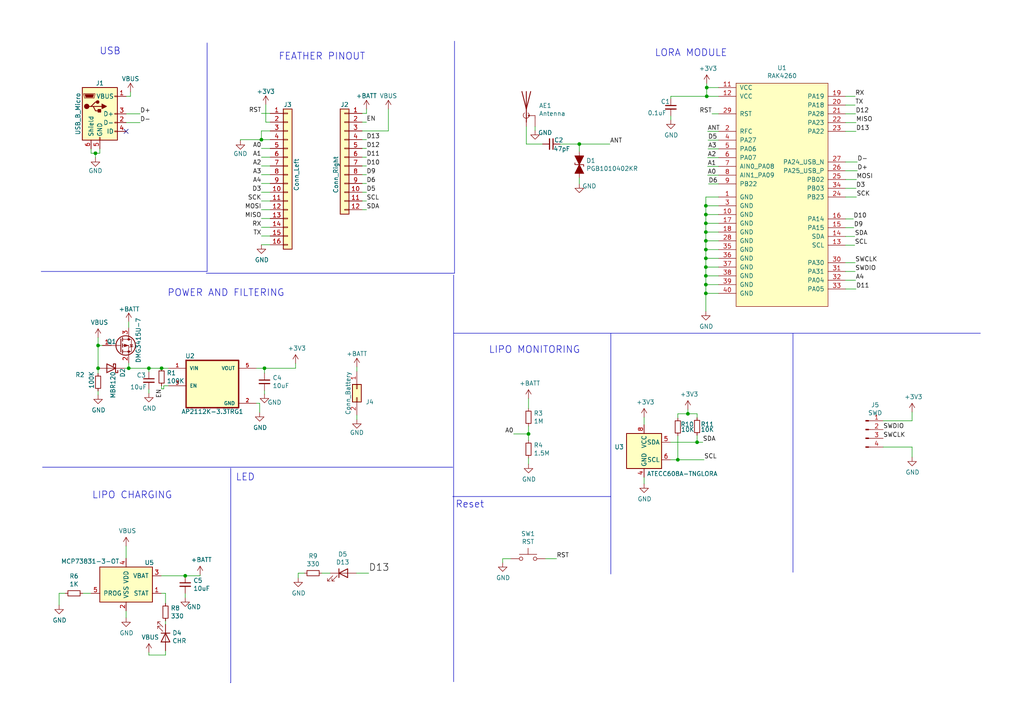
<source format=kicad_sch>
(kicad_sch (version 20230121) (generator eeschema)
  (paper "A4")
  (title_block (title "Bast WAN") (date "2020-09-11") (rev "2.0v") (company "Electronic Cats") (comment 3 "Eduardo Contreras") (comment 4 "Andres Sabas"))
  (lib_symbols
    (symbol "Bast_WAN-rescue:+3.3V-power" (power) (pin_names (offset 0))
      (property "Value" "+3.3V-power" (at 0 3.556 0))
      (symbol "+3.3V-power_0_1"
        (polyline (pts (xy -0.762 1.27) (xy 0 2.54)))
        (polyline (pts (xy 0 0) (xy 0 2.54)))
        (polyline (pts (xy 0 2.54) (xy 0.762 1.27)))
      )
      (symbol "+3.3V-power_1_1"
        (pin power_in line (at 0 0 90) (length 0) hide (name "+3V3") (number "1"))
      )
    )
    (symbol "Bast_WAN-rescue:AP2112K-3.3TRG1-electroniccats" (pin_names (offset 1.016))
      (property "Reference" "U" (at -7.6708 8.6614 0))
      (property "Value" "AP2112K-3.3TRG1-electroniccats" (at -7.6454 -11.6586 0))
      (symbol "AP2112K-3.3TRG1-electroniccats_0_0"
        (rectangle (start -7.62 7.366) (end 7.62 -6.35) (stroke (width 0.4064)) (fill (type background)))
        (pin power_in line (at -12.7 5.08 0) (length 5.08) (name "VIN") (number "1"))
        (pin power_in line (at 12.7 -5.08 180) (length 5.08) (name "GND") (number "2"))
        (pin input line (at -12.7 0 0) (length 5.08) (name "EN") (number "3"))
        (pin power_in line (at 12.7 5.08 180) (length 5.08) (name "VOUT") (number "5"))
      )
    )
    (symbol "Bast_WAN-rescue:ATECC608A-SSHDA-Security"
      (property "Reference" "U" (at 3.81 6.35 0))
      (property "Value" "ATECC608A-SSHDA-Security" (at 10.16 -6.35 0))
      (symbol "ATECC608A-SSHDA-Security_0_1"
        (rectangle (start -5.08 5.08) (end 5.08 -5.08) (stroke (width 0.254)) (fill (type background)))
      )
      (symbol "ATECC608A-SSHDA-Security_1_1"
        (pin power_in line (at 0 -7.62 90) (length 2.54) (name "GND") (number "4"))
        (pin bidirectional line (at 7.62 2.54 180) (length 2.54) (name "SDA") (number "5"))
        (pin input line (at 7.62 -2.54 180) (length 2.54) (name "SCL") (number "6"))
        (pin power_in line (at 0 7.62 270) (length 2.54) (name "VCC") (number "8"))
      )
    )
    (symbol "Bast_WAN-rescue:Conn_01x04_Male-Connector" (pin_names (offset 1.016) hide)
      (property "Reference" "J" (at 0 5.08 0))
      (property "Value" "Connector_Conn_01x04_Male" (at 0 -7.62 0))
      (symbol "Conn_01x04_Male-Connector_1_1"
        (polyline (pts (xy 1.27 -5.08) (xy 0.8636 -5.08)) (stroke (width 0.1524)))
        (polyline (pts (xy 1.27 -2.54) (xy 0.8636 -2.54)) (stroke (width 0.1524)))
        (polyline (pts (xy 1.27 0) (xy 0.8636 0)) (stroke (width 0.1524)))
        (polyline (pts (xy 1.27 2.54) (xy 0.8636 2.54)) (stroke (width 0.1524)))
        (rectangle (start 0.8636 -4.953) (end 0 -5.207) (stroke (width 0.1524)) (fill (type outline)))
        (rectangle (start 0.8636 -2.413) (end 0 -2.667) (stroke (width 0.1524)) (fill (type outline)))
        (rectangle (start 0.8636 0.127) (end 0 -0.127) (stroke (width 0.1524)) (fill (type outline)))
        (rectangle (start 0.8636 2.667) (end 0 2.413) (stroke (width 0.1524)) (fill (type outline)))
        (pin passive line (at 5.08 2.54 180) (length 3.81) (name "Pin_1") (number "1"))
        (pin passive line (at 5.08 0 180) (length 3.81) (name "Pin_2") (number "2"))
        (pin passive line (at 5.08 -2.54 180) (length 3.81) (name "Pin_3") (number "3"))
        (pin passive line (at 5.08 -5.08 180) (length 3.81) (name "Pin_4") (number "4"))
      )
    )
    (symbol "Bast_WAN-rescue:DMG2301L-Transistor_FET" (pin_names (offset 0) hide)
      (property "Reference" "Q" (at 5.08 1.905 0))
      (property "Value" "DMG2301L-Transistor_FET" (at 5.08 0 0))
      (symbol "DMG2301L-Transistor_FET_0_1"
        (polyline (pts (xy -2.54 0) (xy 0.254 0)))
        (polyline (pts (xy 0.762 -1.778) (xy 2.54 -1.778)))
        (polyline (pts (xy 0.762 -1.27) (xy 0.762 -2.286)) (stroke (width 0.254)))
        (polyline (pts (xy 0.762 0) (xy 2.54 0)))
        (polyline (pts (xy 0.762 0.508) (xy 0.762 -0.508)) (stroke (width 0.254)))
        (polyline (pts (xy 0.762 1.778) (xy 2.54 1.778)))
        (polyline (pts (xy 0.762 2.286) (xy 0.762 1.27)) (stroke (width 0.254)))
        (polyline (pts (xy 2.54 -1.778) (xy 2.54 -2.54)))
        (polyline (pts (xy 2.54 -1.778) (xy 2.54 0)))
        (polyline (pts (xy 2.54 2.54) (xy 2.54 1.778)))
        (polyline (pts (xy 0.254 1.905) (xy 0.254 -1.905) (xy 0.254 -1.905)) (stroke (width 0.254)))
        (polyline (pts (xy 2.286 0) (xy 1.27 -0.381) (xy 1.27 0.381) (xy 2.286 0)) (fill (type outline)))
        (polyline (pts (xy 2.54 -1.778) (xy 3.302 -1.778) (xy 3.302 1.778) (xy 2.54 1.778)))
        (polyline (pts (xy 2.794 -0.508) (xy 2.921 -0.381) (xy 3.683 -0.381) (xy 3.81 -0.254)))
        (polyline (pts (xy 3.302 -0.381) (xy 2.921 0.254) (xy 3.683 0.254) (xy 3.302 -0.381)))
        (circle (center 1.651 0) (radius 2.8194) (stroke (width 0.254)))
        (circle (center 2.54 -1.778) (radius 0.2794) (fill (type outline)))
        (circle (center 2.54 1.778) (radius 0.2794) (fill (type outline)))
      )
      (symbol "DMG2301L-Transistor_FET_1_1"
        (pin input line (at -5.08 0 0) (length 2.54) (name "G") (number "1"))
        (pin passive line (at 2.54 -5.08 90) (length 2.54) (name "S") (number "2"))
        (pin passive line (at 2.54 5.08 270) (length 2.54) (name "D") (number "3"))
      )
    )
    (symbol "Bast_WAN-rescue:D_TVS_ALT-Device" (pin_numbers hide) (pin_names (offset 1.016) hide)
      (property "Reference" "D" (at 0 2.54 0))
      (property "Value" "Device_D_TVS_ALT" (at 0 -2.54 0))
      (symbol "D_TVS_ALT-Device_0_1"
        (polyline (pts (xy 1.27 0) (xy -1.27 0)))
        (polyline (pts (xy -2.54 -1.27) (xy 0 0) (xy -2.54 1.27) (xy -2.54 -1.27)) (stroke (width 0.2032)) (fill (type outline)))
        (polyline (pts (xy 0.508 1.27) (xy 0 1.27) (xy 0 -1.27) (xy -0.508 -1.27)) (stroke (width 0.2032)))
        (polyline (pts (xy 2.54 1.27) (xy 2.54 -1.27) (xy 0 0) (xy 2.54 1.27)) (stroke (width 0.2032)) (fill (type outline)))
      )
      (symbol "D_TVS_ALT-Device_1_1"
        (pin passive line (at -3.81 0 0) (length 2.54) (name "A1") (number "1"))
        (pin passive line (at 3.81 0 180) (length 2.54) (name "A2") (number "2"))
      )
    )
    (symbol "Bast_WAN-rescue:MCP73831-3-OT-Battery_Management" (pin_names (offset 1.016))
      (property "Reference" "U" (at -7.62 6.35 0))
      (property "Value" "Battery_Management_MCP73831-3-OT" (at 1.27 6.35 0))
      (symbol "MCP73831-3-OT-Battery_Management_0_1"
        (rectangle (start -7.62 5.08) (end 7.62 -5.08) (stroke (width 0.254)) (fill (type background)))
      )
      (symbol "MCP73831-3-OT-Battery_Management_1_1"
        (pin output line (at 10.16 -2.54 180) (length 2.54) (name "STAT") (number "1"))
        (pin power_in line (at 0 -7.62 90) (length 2.54) (name "VSS") (number "2"))
        (pin power_out line (at 10.16 2.54 180) (length 2.54) (name "VBAT") (number "3"))
        (pin power_in line (at 0 7.62 270) (length 2.54) (name "VDD") (number "4"))
        (pin input line (at -10.16 -2.54 0) (length 2.54) (name "PROG") (number "5"))
      )
    )
    (symbol "Bast_WAN-rescue:RAK4260-electroniccats" (pin_names (offset 1.016))
      (property "Reference" "U" (at 11.43 6.35 0))
      (property "Value" "RAK4260-electroniccats" (at -7.62 6.35 0))
      (symbol "RAK4260-electroniccats_0_1"
        (rectangle (start -12.7 5.08) (end 13.97 -59.69) (fill (type background)))
      )
      (symbol "RAK4260-electroniccats_1_1"
        (pin input line (at -17.78 -27.94 0) (length 5.08) (name "GND") (number "1"))
        (pin input line (at -17.78 -33.02 0) (length 5.08) (name "GND") (number "10"))
        (pin input line (at -17.78 3.81 0) (length 5.08) (name "VCC") (number "11"))
        (pin input line (at -17.78 1.27 0) (length 5.08) (name "VCC") (number "12"))
        (pin input line (at 19.05 -41.91 180) (length 5.08) (name "SCL") (number "13"))
        (pin input line (at 19.05 -39.37 180) (length 5.08) (name "SDA") (number "14"))
        (pin input line (at 19.05 -36.83 180) (length 5.08) (name "PA15") (number "15"))
        (pin input line (at 19.05 -34.29 180) (length 5.08) (name "PA14") (number "16"))
        (pin input line (at -17.78 -35.56 0) (length 5.08) (name "GND") (number "17"))
        (pin input line (at -17.78 -38.1 0) (length 5.08) (name "GND") (number "18"))
        (pin input line (at 19.05 1.27 180) (length 5.08) (name "PA19") (number "19"))
        (pin input line (at -17.78 -8.89 0) (length 5.08) (name "RFC") (number "2"))
        (pin input line (at 19.05 -1.27 180) (length 5.08) (name "PA18") (number "20"))
        (pin input line (at 19.05 -3.81 180) (length 5.08) (name "PA28") (number "21"))
        (pin input line (at 19.05 -6.35 180) (length 5.08) (name "PA23") (number "22"))
        (pin input line (at 19.05 -8.89 180) (length 5.08) (name "PA22") (number "23"))
        (pin input line (at 19.05 -27.94 180) (length 5.08) (name "PB23") (number "24"))
        (pin input line (at 19.05 -22.86 180) (length 5.08) (name "PB02") (number "25"))
        (pin input line (at 19.05 -20.32 180) (length 5.08) (name "PA25_USB_P") (number "26"))
        (pin input line (at 19.05 -17.78 180) (length 5.08) (name "PA24_USB_N") (number "27"))
        (pin input line (at -17.78 -40.64 0) (length 5.08) (name "GND") (number "28"))
        (pin input line (at -17.78 -3.81 0) (length 5.08) (name "RST") (number "29"))
        (pin input line (at -17.78 -30.48 0) (length 5.08) (name "GND") (number "3"))
        (pin input line (at 19.05 -46.99 180) (length 5.08) (name "PA30") (number "30"))
        (pin input line (at 19.05 -49.53 180) (length 5.08) (name "PA31") (number "31"))
        (pin input line (at 19.05 -52.07 180) (length 5.08) (name "PA04") (number "32"))
        (pin input line (at 19.05 -54.61 180) (length 5.08) (name "PA05") (number "33"))
        (pin input line (at 19.05 -25.4 180) (length 5.08) (name "PB03") (number "34"))
        (pin input line (at -17.78 -43.18 0) (length 5.08) (name "GND") (number "35"))
        (pin input line (at -17.78 -45.72 0) (length 5.08) (name "GND") (number "36"))
        (pin input line (at -17.78 -48.26 0) (length 5.08) (name "GND") (number "37"))
        (pin input line (at -17.78 -50.8 0) (length 5.08) (name "GND") (number "38"))
        (pin input line (at -17.78 -53.34 0) (length 5.08) (name "GND") (number "39"))
        (pin input line (at -17.78 -11.43 0) (length 5.08) (name "PA27") (number "4"))
        (pin input line (at -17.78 -55.88 0) (length 5.08) (name "GND") (number "40"))
        (pin input line (at -17.78 -13.97 0) (length 5.08) (name "PA06") (number "5"))
        (pin input line (at -17.78 -16.51 0) (length 5.08) (name "PA07") (number "6"))
        (pin input line (at -17.78 -19.05 0) (length 5.08) (name "AIN0_PA08") (number "7"))
        (pin input line (at -17.78 -21.59 0) (length 5.08) (name "AIN1_PA09") (number "8"))
        (pin input line (at -17.78 -24.13 0) (length 5.08) (name "PB22") (number "9"))
      )
    )
    (symbol "Bast_WAN-rescue:USB_B_Micro-Connector" (pin_names (offset 1.016))
      (property "Reference" "J" (at -5.08 11.43 0))
      (property "Value" "Connector_USB_B_Micro" (at -5.08 8.89 0))
      (symbol "USB_B_Micro-Connector_0_1"
        (rectangle (start -5.08 -7.62) (end 5.08 7.62) (stroke (width 0.254)) (fill (type background)))
        (circle (center -3.81 2.159) (radius 0.635) (stroke (width 0.254)) (fill (type outline)))
        (circle (center -0.635 3.429) (radius 0.381) (stroke (width 0.254)) (fill (type outline)))
        (rectangle (start -0.127 -7.62) (end 0.127 -6.858))
        (polyline (pts (xy -1.905 2.159) (xy 0.635 2.159)) (stroke (width 0.254)))
        (polyline (pts (xy -3.175 2.159) (xy -2.54 2.159) (xy -1.27 3.429) (xy -0.635 3.429)) (stroke (width 0.254)))
        (polyline (pts (xy -2.54 2.159) (xy -1.905 2.159) (xy -1.27 0.889) (xy 0 0.889)) (stroke (width 0.254)))
        (polyline (pts (xy 0.635 2.794) (xy 0.635 1.524) (xy 1.905 2.159) (xy 0.635 2.794)) (stroke (width 0.254)) (fill (type outline)))
        (polyline (pts (xy -4.318 5.588) (xy -1.778 5.588) (xy -2.032 4.826) (xy -4.064 4.826) (xy -4.318 5.588)) (fill (type outline)))
        (polyline (pts (xy -4.699 5.842) (xy -4.699 5.588) (xy -4.445 4.826) (xy -4.445 4.572) (xy -1.651 4.572) (xy -1.651 4.826) (xy -1.397 5.588) (xy -1.397 5.842) (xy -4.699 5.842)))
        (rectangle (start 0.254 1.27) (end -0.508 0.508) (stroke (width 0.254)) (fill (type outline)))
        (rectangle (start 5.08 -5.207) (end 4.318 -4.953))
        (rectangle (start 5.08 -2.667) (end 4.318 -2.413))
        (rectangle (start 5.08 -0.127) (end 4.318 0.127))
        (rectangle (start 5.08 4.953) (end 4.318 5.207))
      )
      (symbol "USB_B_Micro-Connector_1_1"
        (pin power_out line (at 7.62 5.08 180) (length 2.54) (name "VBUS") (number "1"))
        (pin passive line (at 7.62 -2.54 180) (length 2.54) (name "D-") (number "2"))
        (pin passive line (at 7.62 0 180) (length 2.54) (name "D+") (number "3"))
        (pin passive line (at 7.62 -5.08 180) (length 2.54) (name "ID") (number "4"))
        (pin power_out line (at 0 -10.16 90) (length 2.54) (name "GND") (number "5"))
        (pin passive line (at -2.54 -10.16 90) (length 2.54) (name "Shield") (number "6"))
      )
    )
    (symbol "Connector_Generic:Conn_01x12" (pin_names (offset 1.016) hide)
      (property "Reference" "J" (at 0 15.24 0))
      (property "Value" "Conn_01x12" (at 0 -17.78 0))
      (symbol "Conn_01x12_1_1"
        (rectangle (start -1.27 -15.113) (end 0 -15.367) (stroke (width 0.1524)))
        (rectangle (start -1.27 -12.573) (end 0 -12.827) (stroke (width 0.1524)))
        (rectangle (start -1.27 -10.033) (end 0 -10.287) (stroke (width 0.1524)))
        (rectangle (start -1.27 -7.493) (end 0 -7.747) (stroke (width 0.1524)))
        (rectangle (start -1.27 -4.953) (end 0 -5.207) (stroke (width 0.1524)))
        (rectangle (start -1.27 -2.413) (end 0 -2.667) (stroke (width 0.1524)))
        (rectangle (start -1.27 0.127) (end 0 -0.127) (stroke (width 0.1524)))
        (rectangle (start -1.27 2.667) (end 0 2.413) (stroke (width 0.1524)))
        (rectangle (start -1.27 5.207) (end 0 4.953) (stroke (width 0.1524)))
        (rectangle (start -1.27 7.747) (end 0 7.493) (stroke (width 0.1524)))
        (rectangle (start -1.27 10.287) (end 0 10.033) (stroke (width 0.1524)))
        (rectangle (start -1.27 12.827) (end 0 12.573) (stroke (width 0.1524)))
        (rectangle (start -1.27 13.97) (end 1.27 -16.51) (stroke (width 0.254)) (fill (type background)))
        (pin passive line (at -5.08 12.7 0) (length 3.81) (name "Pin_1") (number "1"))
        (pin passive line (at -5.08 -10.16 0) (length 3.81) (name "Pin_10") (number "10"))
        (pin passive line (at -5.08 -12.7 0) (length 3.81) (name "Pin_11") (number "11"))
        (pin passive line (at -5.08 -15.24 0) (length 3.81) (name "Pin_12") (number "12"))
        (pin passive line (at -5.08 10.16 0) (length 3.81) (name "Pin_2") (number "2"))
        (pin passive line (at -5.08 7.62 0) (length 3.81) (name "Pin_3") (number "3"))
        (pin passive line (at -5.08 5.08 0) (length 3.81) (name "Pin_4") (number "4"))
        (pin passive line (at -5.08 2.54 0) (length 3.81) (name "Pin_5") (number "5"))
        (pin passive line (at -5.08 0 0) (length 3.81) (name "Pin_6") (number "6"))
        (pin passive line (at -5.08 -2.54 0) (length 3.81) (name "Pin_7") (number "7"))
        (pin passive line (at -5.08 -5.08 0) (length 3.81) (name "Pin_8") (number "8"))
        (pin passive line (at -5.08 -7.62 0) (length 3.81) (name "Pin_9") (number "9"))
      )
    )
    (symbol "Connector_Generic:Conn_01x16" (pin_names (offset 1.016) hide)
      (property "Reference" "J" (at 0 20.32 0))
      (property "Value" "Conn_01x16" (at 0 -22.86 0))
      (symbol "Conn_01x16_1_1"
        (rectangle (start -1.27 -20.193) (end 0 -20.447) (stroke (width 0.1524)))
        (rectangle (start -1.27 -17.653) (end 0 -17.907) (stroke (width 0.1524)))
        (rectangle (start -1.27 -15.113) (end 0 -15.367) (stroke (width 0.1524)))
        (rectangle (start -1.27 -12.573) (end 0 -12.827) (stroke (width 0.1524)))
        (rectangle (start -1.27 -10.033) (end 0 -10.287) (stroke (width 0.1524)))
        (rectangle (start -1.27 -7.493) (end 0 -7.747) (stroke (width 0.1524)))
        (rectangle (start -1.27 -4.953) (end 0 -5.207) (stroke (width 0.1524)))
        (rectangle (start -1.27 -2.413) (end 0 -2.667) (stroke (width 0.1524)))
        (rectangle (start -1.27 0.127) (end 0 -0.127) (stroke (width 0.1524)))
        (rectangle (start -1.27 2.667) (end 0 2.413) (stroke (width 0.1524)))
        (rectangle (start -1.27 5.207) (end 0 4.953) (stroke (width 0.1524)))
        (rectangle (start -1.27 7.747) (end 0 7.493) (stroke (width 0.1524)))
        (rectangle (start -1.27 10.287) (end 0 10.033) (stroke (width 0.1524)))
        (rectangle (start -1.27 12.827) (end 0 12.573) (stroke (width 0.1524)))
        (rectangle (start -1.27 15.367) (end 0 15.113) (stroke (width 0.1524)))
        (rectangle (start -1.27 17.907) (end 0 17.653) (stroke (width 0.1524)))
        (rectangle (start -1.27 19.05) (end 1.27 -21.59) (stroke (width 0.254)) (fill (type background)))
        (pin passive line (at -5.08 17.78 0) (length 3.81) (name "Pin_1") (number "1"))
        (pin passive line (at -5.08 -5.08 0) (length 3.81) (name "Pin_10") (number "10"))
        (pin passive line (at -5.08 -7.62 0) (length 3.81) (name "Pin_11") (number "11"))
        (pin passive line (at -5.08 -10.16 0) (length 3.81) (name "Pin_12") (number "12"))
        (pin passive line (at -5.08 -12.7 0) (length 3.81) (name "Pin_13") (number "13"))
        (pin passive line (at -5.08 -15.24 0) (length 3.81) (name "Pin_14") (number "14"))
        (pin passive line (at -5.08 -17.78 0) (length 3.81) (name "Pin_15") (number "15"))
        (pin passive line (at -5.08 -20.32 0) (length 3.81) (name "Pin_16") (number "16"))
        (pin passive line (at -5.08 15.24 0) (length 3.81) (name "Pin_2") (number "2"))
        (pin passive line (at -5.08 12.7 0) (length 3.81) (name "Pin_3") (number "3"))
        (pin passive line (at -5.08 10.16 0) (length 3.81) (name "Pin_4") (number "4"))
        (pin passive line (at -5.08 7.62 0) (length 3.81) (name "Pin_5") (number "5"))
        (pin passive line (at -5.08 5.08 0) (length 3.81) (name "Pin_6") (number "6"))
        (pin passive line (at -5.08 2.54 0) (length 3.81) (name "Pin_7") (number "7"))
        (pin passive line (at -5.08 0 0) (length 3.81) (name "Pin_8") (number "8"))
        (pin passive line (at -5.08 -2.54 0) (length 3.81) (name "Pin_9") (number "9"))
      )
    )
    (symbol "Connector_Generic:Conn_02x01" (pin_names (offset 1.016) hide)
      (property "Reference" "J" (at 1.27 2.54 0))
      (property "Value" "Conn_02x01" (at 1.27 -2.54 0))
      (symbol "Conn_02x01_1_1"
        (rectangle (start -1.27 0.127) (end 0 -0.127) (stroke (width 0.1524)))
        (rectangle (start -1.27 1.27) (end 3.81 -1.27) (stroke (width 0.254)) (fill (type background)))
        (rectangle (start 3.81 0.127) (end 2.54 -0.127) (stroke (width 0.1524)))
        (pin passive line (at -5.08 0 0) (length 3.81) (name "Pin_1") (number "1"))
        (pin passive line (at 7.62 0 180) (length 3.81) (name "Pin_2") (number "2"))
      )
    )
    (symbol "Device:Antenna_Shield" (pin_numbers hide) (pin_names (offset 1.016) hide)
      (property "Reference" "AE" (at -1.905 4.445 0))
      (property "Value" "Antenna_Shield" (at -1.905 2.54 0))
      (symbol "Antenna_Shield_0_1"
        (arc (start -0.508 -1.143) (mid -0.8429 -2.1194) (end 0 -2.667))
        (arc (start 0 -2.667) (mid 0.7989 -2.1052) (end 0.508 -1.143))
        (polyline (pts (xy 0 -2.54) (xy 0 0)))
        (polyline (pts (xy 0 5.08) (xy 0 -3.81)) (stroke (width 0.254)))
        (polyline (pts (xy 0.762 -1.905) (xy 2.54 -1.905)))
        (polyline (pts (xy 2.54 -2.54) (xy 2.54 -1.905)))
        (polyline (pts (xy 1.27 5.08) (xy 0 0) (xy -1.27 5.08)) (stroke (width 0.254)))
        (circle (center 0.762 -1.905) (radius 0.1778) (fill (type outline)))
      )
      (symbol "Antenna_Shield_1_1"
        (pin input line (at 0 -5.08 90) (length 2.54) (name "A") (number "1"))
        (pin input line (at 2.54 -5.08 90) (length 2.54) (name "Shield") (number "2"))
      )
    )
    (symbol "Device:C_Small" (pin_numbers hide) (pin_names (offset 0.254) hide)
      (property "Reference" "C" (at 0.254 1.778 0))
      (property "Value" "C_Small" (at 0.254 -2.032 0))
      (symbol "C_Small_0_1"
        (polyline (pts (xy -1.524 -0.508) (xy 1.524 -0.508)) (stroke (width 0.3302)))
        (polyline (pts (xy -1.524 0.508) (xy 1.524 0.508)) (stroke (width 0.3048)))
      )
      (symbol "C_Small_1_1"
        (pin passive line (at 0 2.54 270) (length 2.032) (name "~") (number "1"))
        (pin passive line (at 0 -2.54 90) (length 2.032) (name "~") (number "2"))
      )
    )
    (symbol "Device:LED" (pin_numbers hide) (pin_names (offset 1.016) hide)
      (property "Reference" "D" (at 0 2.54 0))
      (property "Value" "LED" (at 0 -2.54 0))
      (symbol "LED_0_1"
        (polyline (pts (xy -1.27 -1.27) (xy -1.27 1.27)) (stroke (width 0.254)))
        (polyline (pts (xy -1.27 0) (xy 1.27 0)))
        (polyline (pts (xy 1.27 -1.27) (xy 1.27 1.27) (xy -1.27 0) (xy 1.27 -1.27)) (stroke (width 0.254)))
        (polyline (pts (xy -3.048 -0.762) (xy -4.572 -2.286) (xy -3.81 -2.286) (xy -4.572 -2.286) (xy -4.572 -1.524)))
        (polyline (pts (xy -1.778 -0.762) (xy -3.302 -2.286) (xy -2.54 -2.286) (xy -3.302 -2.286) (xy -3.302 -1.524)))
      )
      (symbol "LED_1_1"
        (pin passive line (at -3.81 0 0) (length 2.54) (name "K") (number "1"))
        (pin passive line (at 3.81 0 180) (length 2.54) (name "A") (number "2"))
      )
    )
    (symbol "Device:R_Small" (pin_numbers hide) (pin_names (offset 0.254) hide)
      (property "Reference" "R" (at 0.762 0.508 0))
      (property "Value" "R_Small" (at 0.762 -1.016 0))
      (symbol "R_Small_0_1"
        (rectangle (start -0.762 1.778) (end 0.762 -1.778) (stroke (width 0.2032)))
      )
      (symbol "R_Small_1_1"
        (pin passive line (at 0 2.54 270) (length 0.762) (name "~") (number "1"))
        (pin passive line (at 0 -2.54 90) (length 0.762) (name "~") (number "2"))
      )
    )
    (symbol "Diode:MBR340" (pin_numbers hide) (pin_names (offset 1.016) hide)
      (property "Reference" "D" (at 0 2.54 0))
      (property "Value" "MBR340" (at 0 -2.54 0))
      (symbol "MBR340_0_1"
        (polyline (pts (xy 1.27 0) (xy -1.27 0)))
        (polyline (pts (xy 1.27 1.27) (xy 1.27 -1.27) (xy -1.27 0) (xy 1.27 1.27)) (stroke (width 0.254)))
        (polyline (pts (xy -1.905 0.635) (xy -1.905 1.27) (xy -1.27 1.27) (xy -1.27 -1.27) (xy -0.635 -1.27) (xy -0.635 -0.635)) (stroke (width 0.254)))
      )
      (symbol "MBR340_1_1"
        (pin passive line (at -3.81 0 0) (length 2.54) (name "K") (number "1"))
        (pin passive line (at 3.81 0 180) (length 2.54) (name "A") (number "2"))
      )
    )
    (symbol "Switch:SW_Push" (pin_numbers hide) (pin_names (offset 1.016) hide)
      (property "Reference" "SW" (at 1.27 2.54 0))
      (property "Value" "SW_Push" (at 0 -1.524 0))
      (symbol "SW_Push_0_1"
        (circle (center -2.032 0) (radius 0.508))
        (polyline (pts (xy 0 1.27) (xy 0 3.048)))
        (polyline (pts (xy 2.54 1.27) (xy -2.54 1.27)))
        (circle (center 2.032 0) (radius 0.508))
        (pin passive line (at -5.08 0 0) (length 2.54) (name "1") (number "1"))
        (pin passive line (at 5.08 0 180) (length 2.54) (name "2") (number "2"))
      )
    )
    (symbol "power:+3V3" (power) (pin_names (offset 0))
      (property "Value" "+3V3" (at 0 3.556 0))
      (symbol "+3V3_0_1"
        (polyline (pts (xy -0.762 1.27) (xy 0 2.54)))
        (polyline (pts (xy 0 0) (xy 0 2.54)))
        (polyline (pts (xy 0 2.54) (xy 0.762 1.27)))
      )
      (symbol "+3V3_1_1"
        (pin power_in line (at 0 0 90) (length 0) hide (name "+3V3") (number "1"))
      )
    )
    (symbol "power:+BATT" (power) (pin_names (offset 0))
      (property "Value" "+BATT" (at 0 3.556 0))
      (symbol "+BATT_0_1"
        (polyline (pts (xy -0.762 1.27) (xy 0 2.54)))
        (polyline (pts (xy 0 0) (xy 0 2.54)))
        (polyline (pts (xy 0 2.54) (xy 0.762 1.27)))
      )
      (symbol "+BATT_1_1"
        (pin power_in line (at 0 0 90) (length 0) hide (name "+BATT") (number "1"))
      )
    )
    (symbol "power:GND" (power) (pin_names (offset 0))
      (property "Value" "GND" (at 0 -3.81 0))
      (symbol "GND_0_1"
        (polyline (pts (xy 0 0) (xy 0 -1.27) (xy 1.27 -1.27) (xy 0 -2.54) (xy -1.27 -1.27) (xy 0 -1.27)))
      )
      (symbol "GND_1_1"
        (pin power_in line (at 0 0 270) (length 0) hide (name "GND") (number "1"))
      )
    )
    (symbol "power:VBUS" (power) (pin_names (offset 0))
      (property "Value" "VBUS" (at 0 3.81 0))
      (symbol "VBUS_0_1"
        (polyline (pts (xy -0.762 1.27) (xy 0 2.54)))
        (polyline (pts (xy 0 0) (xy 0 2.54)))
        (polyline (pts (xy 0 2.54) (xy 0.762 1.27)))
      )
      (symbol "VBUS_1_1"
        (pin power_in line (at 0 0 90) (length 0) hide (name "VBUS") (number "1"))
      )
    )
  )
  (junction (at 43.18 106.807))
  (junction (at 202.184 128.27))
  (junction (at 204.724 85.09))
  (junction (at 204.724 72.39))
  (junction (at 204.724 82.55))
  (junction (at 204.978 25.4))
  (junction (at 196.596 133.35))
  (junction (at 204.724 67.31))
  (junction (at 28.448 100.203))
  (junction (at 75.819 40.513))
  (junction (at 204.724 77.47))
  (junction (at 153.289 125.857))
  (junction (at 46.863 106.807))
  (junction (at 204.724 80.01))
  (junction (at 204.724 62.23))
  (junction (at 204.724 74.93))
  (junction (at 204.978 27.94))
  (junction (at 28.448 106.807))
  (junction (at 168.021 41.783))
  (junction (at 199.517 120.015))
  (junction (at 76.708 106.807))
  (junction (at 204.724 64.77))
  (junction (at 37.338 106.807))
  (junction (at 27.686 44.45))
  (junction (at 204.724 69.85))
  (junction (at 204.724 59.69))
  (junction (at 53.721 167.005))
  (no_connect (at 36.576 38.1))
  (wire (pts (xy 202.184 126.238) (xy 202.184 128.27)))
  (wire (pts (xy 76.708 113.284) (xy 76.708 114.3)))
  (wire (pts (xy 208.407 27.94) (xy 204.978 27.94)))
  (wire (pts (xy 28.448 113.411) (xy 28.448 114.554)))
  (polyline (pts (xy 66.929 135.763) (xy 66.929 197.993)))
  (wire (pts (xy 153.289 118.491) (xy 153.289 115.57)))
  (wire (pts (xy 208.407 82.55) (xy 204.724 82.55)))
  (wire (pts (xy 78.359 63.373) (xy 75.819 63.373)))
  (wire (pts (xy 194.564 33.655) (xy 194.564 34.798)))
  (wire (pts (xy 196.596 133.35) (xy 204.216 133.35)))
  (wire (pts (xy 245.237 49.53) (xy 248.666 49.53)))
  (wire (pts (xy 199.517 120.015) (xy 199.517 118.745)))
  (wire (pts (xy 36.576 33.02) (xy 40.64 33.02)))
  (wire (pts (xy 208.407 48.26) (xy 205.232 48.26)))
  (wire (pts (xy 105.029 40.513) (xy 106.299 40.513)))
  (wire (pts (xy 245.237 35.56) (xy 248.285 35.56)))
  (wire (pts (xy 43.18 189.992) (xy 43.18 189.23)))
  (wire (pts (xy 153.289 132.842) (xy 153.289 134.62)))
  (wire (pts (xy 48.006 189.992) (xy 43.18 189.992)))
  (wire (pts (xy 75.311 116.967) (xy 75.311 119.634)))
  (wire (pts (xy 152.654 36.703) (xy 152.654 41.783)))
  (wire (pts (xy 37.338 106.807) (xy 36.068 106.807)))
  (wire (pts (xy 264.541 132.588) (xy 264.541 129.667)))
  (wire (pts (xy 75.819 37.973) (xy 75.819 40.513)))
  (wire (pts (xy 46.736 172.085) (xy 48.006 172.085)))
  (wire (pts (xy 36.576 177.165) (xy 36.576 179.197)))
  (wire (pts (xy 78.359 32.893) (xy 75.819 32.893)))
  (wire (pts (xy 245.237 27.94) (xy 248.031 27.94)))
  (wire (pts (xy 264.541 129.667) (xy 256.159 129.667)))
  (polyline (pts (xy 177.165 166.497) (xy 177.165 96.647)))
  (wire (pts (xy 245.237 52.07) (xy 248.412 52.07)))
  (wire (pts (xy 245.237 66.04) (xy 247.65 66.04)))
  (wire (pts (xy 86.487 166.243) (xy 86.487 167.64)))
  (wire (pts (xy 204.724 59.69) (xy 204.724 62.23)))
  (wire (pts (xy 78.359 43.053) (xy 75.819 43.053)))
  (wire (pts (xy 18.923 172.085) (xy 17.145 172.085)))
  (wire (pts (xy 88.265 166.243) (xy 86.487 166.243)))
  (polyline (pts (xy 131.318 135.509) (xy 12.319 135.509)))
  (wire (pts (xy 105.029 37.973) (xy 112.649 37.973)))
  (wire (pts (xy 105.029 32.893) (xy 106.299 32.893)))
  (wire (pts (xy 208.407 40.64) (xy 205.359 40.64)))
  (wire (pts (xy 204.978 25.4) (xy 204.978 24.257)))
  (wire (pts (xy 105.029 60.833) (xy 106.299 60.833)))
  (wire (pts (xy 26.416 44.45) (xy 26.416 43.18)))
  (wire (pts (xy 204.724 74.93) (xy 204.724 77.47)))
  (wire (pts (xy 37.846 27.94) (xy 37.846 26.67)))
  (polyline (pts (xy 66.929 197.993) (xy 66.802 197.993)))
  (wire (pts (xy 204.724 77.47) (xy 204.724 80.01)))
  (wire (pts (xy 204.724 85.09) (xy 204.724 90.297)))
  (wire (pts (xy 78.359 48.133) (xy 75.819 48.133)))
  (wire (pts (xy 78.359 35.433) (xy 77.089 35.433)))
  (wire (pts (xy 194.564 27.94) (xy 194.564 28.575)))
  (polyline (pts (xy 177.165 144.018) (xy 131.318 144.018)))
  (wire (pts (xy 47.498 112.776) (xy 46.863 112.776)))
  (wire (pts (xy 105.029 45.593) (xy 106.299 45.593)))
  (wire (pts (xy 245.237 78.74) (xy 248.031 78.74)))
  (wire (pts (xy 204.724 67.31) (xy 204.724 69.85)))
  (wire (pts (xy 204.724 72.39) (xy 204.724 74.93)))
  (wire (pts (xy 153.289 125.857) (xy 153.289 123.571)))
  (wire (pts (xy 264.541 119.507) (xy 264.541 122.047)))
  (wire (pts (xy 78.359 60.833) (xy 75.819 60.833)))
  (wire (pts (xy 48.006 181.102) (xy 48.006 180.086)))
  (wire (pts (xy 58.039 167.005) (xy 58.039 166.751)))
  (wire (pts (xy 208.407 38.1) (xy 205.232 38.1)))
  (wire (pts (xy 245.237 81.28) (xy 248.158 81.28)))
  (wire (pts (xy 28.448 100.203) (xy 28.448 97.917)))
  (wire (pts (xy 78.359 58.293) (xy 75.819 58.293)))
  (wire (pts (xy 105.029 35.433) (xy 106.299 35.433)))
  (wire (pts (xy 208.407 72.39) (xy 204.724 72.39)))
  (wire (pts (xy 78.359 65.913) (xy 75.819 65.913)))
  (wire (pts (xy 105.029 53.213) (xy 106.299 53.213)))
  (wire (pts (xy 36.576 161.925) (xy 36.576 158.369)))
  (wire (pts (xy 106.299 32.893) (xy 106.299 31.623)))
  (wire (pts (xy 28.956 44.45) (xy 27.686 44.45)))
  (wire (pts (xy 245.237 54.61) (xy 248.285 54.61)))
  (wire (pts (xy 74.295 116.967) (xy 75.311 116.967)))
  (wire (pts (xy 208.407 77.47) (xy 204.724 77.47)))
  (wire (pts (xy 245.237 30.48) (xy 248.031 30.48)))
  (wire (pts (xy 105.029 43.053) (xy 106.299 43.053)))
  (wire (pts (xy 69.723 40.513) (xy 75.819 40.513)))
  (wire (pts (xy 204.978 27.94) (xy 204.978 25.4)))
  (wire (pts (xy 208.407 53.34) (xy 205.486 53.34)))
  (wire (pts (xy 26.416 172.085) (xy 24.003 172.085)))
  (wire (pts (xy 48.006 172.085) (xy 48.006 175.006)))
  (wire (pts (xy 85.725 106.807) (xy 85.725 105.41)))
  (wire (pts (xy 158.242 162.052) (xy 161.417 162.052)))
  (wire (pts (xy 103.378 166.243) (xy 106.934 166.243)))
  (polyline (pts (xy 131.826 79.248) (xy 131.826 11.938)))
  (wire (pts (xy 204.724 62.23) (xy 204.724 64.77)))
  (wire (pts (xy 204.724 64.77) (xy 204.724 67.31)))
  (wire (pts (xy 168.021 43.942) (xy 168.021 41.783)))
  (wire (pts (xy 245.237 76.2) (xy 248.031 76.2)))
  (wire (pts (xy 155.194 36.703) (xy 155.194 37.846)))
  (polyline (pts (xy 60.071 12.446) (xy 60.071 78.74)))
  (wire (pts (xy 208.407 67.31) (xy 204.724 67.31)))
  (wire (pts (xy 208.407 59.69) (xy 204.724 59.69)))
  (wire (pts (xy 162.433 41.783) (xy 168.021 41.783)))
  (wire (pts (xy 245.237 57.15) (xy 248.412 57.15)))
  (wire (pts (xy 105.029 48.133) (xy 106.299 48.133)))
  (wire (pts (xy 103.505 120.396) (xy 103.505 121.666)))
  (wire (pts (xy 196.596 120.015) (xy 196.596 121.285)))
  (wire (pts (xy 245.237 63.5) (xy 247.523 63.5)))
  (wire (pts (xy 36.576 27.94) (xy 37.846 27.94)))
  (wire (pts (xy 48.006 188.722) (xy 48.006 189.992)))
  (wire (pts (xy 76.708 108.204) (xy 76.708 106.807)))
  (wire (pts (xy 148.082 162.052) (xy 145.796 162.052)))
  (wire (pts (xy 208.407 25.4) (xy 204.978 25.4)))
  (wire (pts (xy 78.359 70.993) (xy 75.819 70.993)))
  (wire (pts (xy 208.407 57.15) (xy 204.724 57.15)))
  (wire (pts (xy 53.721 167.005) (xy 58.039 167.005)))
  (wire (pts (xy 78.359 55.753) (xy 75.819 55.753)))
  (wire (pts (xy 202.184 121.158) (xy 202.184 120.015)))
  (polyline (pts (xy 59.817 79.248) (xy 131.826 79.248)))
  (wire (pts (xy 27.686 44.45) (xy 26.416 44.45)))
  (wire (pts (xy 208.407 43.18) (xy 205.359 43.18)))
  (wire (pts (xy 78.359 68.453) (xy 75.819 68.453)))
  (wire (pts (xy 53.721 172.085) (xy 53.721 173.355)))
  (wire (pts (xy 204.724 80.01) (xy 204.724 82.55)))
  (wire (pts (xy 245.237 33.02) (xy 248.158 33.02)))
  (wire (pts (xy 78.359 37.973) (xy 75.819 37.973)))
  (wire (pts (xy 46.863 106.807) (xy 48.895 106.807)))
  (wire (pts (xy 43.18 106.807) (xy 37.338 106.807)))
  (wire (pts (xy 196.596 126.365) (xy 196.596 133.35)))
  (wire (pts (xy 112.649 31.623) (xy 112.649 37.973)))
  (wire (pts (xy 202.184 128.27) (xy 203.835 128.27)))
  (wire (pts (xy 43.18 106.807) (xy 46.863 106.807)))
  (wire (pts (xy 37.338 106.807) (xy 37.338 105.283)))
  (wire (pts (xy 78.359 50.673) (xy 75.819 50.673)))
  (wire (pts (xy 245.237 46.99) (xy 248.666 46.99)))
  (wire (pts (xy 46.863 112.776) (xy 46.863 111.887)))
  (wire (pts (xy 105.029 50.673) (xy 106.299 50.673)))
  (wire (pts (xy 29.718 100.203) (xy 28.448 100.203)))
  (wire (pts (xy 78.359 53.213) (xy 75.819 53.213)))
  (wire (pts (xy 46.736 167.005) (xy 53.721 167.005)))
  (wire (pts (xy 204.724 57.15) (xy 204.724 59.69)))
  (wire (pts (xy 168.021 51.562) (xy 168.021 53.34)))
  (wire (pts (xy 202.184 120.015) (xy 199.517 120.015)))
  (wire (pts (xy 245.237 38.1) (xy 248.285 38.1)))
  (wire (pts (xy 75.819 40.513) (xy 78.359 40.513)))
  (wire (pts (xy 194.437 133.35) (xy 196.596 133.35)))
  (wire (pts (xy 36.576 35.56) (xy 40.64 35.56)))
  (wire (pts (xy 208.407 62.23) (xy 204.724 62.23)))
  (wire (pts (xy 208.407 64.77) (xy 204.724 64.77)))
  (wire (pts (xy 208.407 80.01) (xy 204.724 80.01)))
  (wire (pts (xy 95.758 166.243) (xy 93.345 166.243)))
  (polyline (pts (xy 284.353 96.647) (xy 131.572 96.647)))
  (wire (pts (xy 264.541 122.047) (xy 256.159 122.047)))
  (wire (pts (xy 186.817 138.43) (xy 186.817 140.335)))
  (wire (pts (xy 208.407 74.93) (xy 204.724 74.93)))
  (wire (pts (xy 208.407 85.09) (xy 204.724 85.09)))
  (wire (pts (xy 78.359 45.593) (xy 75.819 45.593)))
  (wire (pts (xy 28.956 43.18) (xy 28.956 44.45)))
  (wire (pts (xy 145.796 162.052) (xy 145.796 163.195)))
  (polyline (pts (xy 131.572 79.756) (xy 131.572 197.739)))
  (wire (pts (xy 204.724 82.55) (xy 204.724 85.09)))
  (polyline (pts (xy 60.071 78.74) (xy 11.938 78.74)))
  (wire (pts (xy 43.18 107.823) (xy 43.18 106.807)))
  (wire (pts (xy 208.407 45.72) (xy 205.232 45.72)))
  (wire (pts (xy 28.448 106.807) (xy 28.448 108.331)))
  (wire (pts (xy 186.817 123.19) (xy 186.817 121.031)))
  (wire (pts (xy 208.407 69.85) (xy 204.724 69.85)))
  (wire (pts (xy 153.289 125.857) (xy 148.971 125.857)))
  (wire (pts (xy 245.237 71.12) (xy 247.904 71.12)))
  (wire (pts (xy 105.029 55.753) (xy 106.299 55.753)))
  (wire (pts (xy 168.021 41.783) (xy 176.911 41.783)))
  (wire (pts (xy 204.724 69.85) (xy 204.724 72.39)))
  (wire (pts (xy 152.654 41.783) (xy 157.353 41.783)))
  (wire (pts (xy 103.505 107.696) (xy 103.505 106.426)))
  (wire (pts (xy 69.723 40.513) (xy 69.723 40.767)))
  (polyline (pts (xy 229.997 96.647) (xy 229.997 165.989)))
  (wire (pts (xy 28.448 106.807) (xy 28.448 100.203)))
  (wire (pts (xy 37.338 95.123) (xy 37.338 93.345)))
  (wire (pts (xy 208.407 50.8) (xy 205.232 50.8)))
  (wire (pts (xy 245.237 68.58) (xy 247.904 68.58)))
  (wire (pts (xy 245.237 83.82) (xy 248.285 83.82)))
  (wire (pts (xy 105.029 58.293) (xy 106.299 58.293)))
  (wire (pts (xy 17.145 172.085) (xy 17.145 175.514)))
  (wire (pts (xy 47.498 111.887) (xy 48.895 111.887)))
  (wire (pts (xy 208.407 33.02) (xy 206.502 33.02)))
  (wire (pts (xy 199.517 120.015) (xy 196.596 120.015)))
  (wire (pts (xy 204.978 27.94) (xy 194.564 27.94)))
  (wire (pts (xy 74.295 106.807) (xy 76.708 106.807)))
  (wire (pts (xy 77.089 30.353) (xy 77.089 35.433)))
  (wire (pts (xy 47.498 111.887) (xy 47.498 112.776)))
  (wire (pts (xy 153.289 127.762) (xy 153.289 125.857)))
  (wire (pts (xy 43.18 112.903) (xy 43.18 114.046)))
  (wire (pts (xy 194.437 128.27) (xy 202.184 128.27)))
  (wire (pts (xy 27.686 44.45) (xy 27.686 45.72)))
  (wire (pts (xy 76.708 106.807) (xy 85.725 106.807)))
  (text "LIPO MONITORING" (at 141.732 102.743 0) (effects (font (size 2.0066 2.0066)) (justify left bottom)))
  (text "LORA MODULE" (at 189.865 16.637 0) (effects (font (size 2.0066 2.0066)) (justify left bottom)))
  (text "LIPO CHARGING" (at 26.67 144.907 0) (effects (font (size 2.0066 2.0066)) (justify left bottom)))
  (text "Reset" (at 132.08 147.574 0) (effects (font (size 2.0066 2.0066)) (justify left bottom)))
  (text "POWER AND FILTERING" (at 48.514 86.233 0) (effects (font (size 2.0066 2.0066)) (justify left bottom)))
  (text "USB" (at 28.829 16.129 0) (effects (font (size 2.0066 2.0066)) (justify left bottom)))
  (text "LED" (at 68.326 139.7 0) (effects (font (size 2.0066 2.0066)) (justify left bottom)))
  (text "FEATHER PINOUT" (at 80.772 17.653 0) (effects (font (size 2.0066 2.0066)) (justify left bottom)))
  (label "D9" (at 106.299 50.673 0))
  (label "RST" (at 161.417 162.052 0))
  (label "D10" (at 106.299 48.133 0))
  (label "SDA" (at 106.299 60.833 0))
  (label "D+" (at 248.666 49.53 0))
  (label "D3" (at 75.819 55.753 180))
  (label "SWDIO" (at 256.159 124.587 0))
  (label "RST" (at 75.819 32.893 180))
  (label "D+" (at 40.64 33.02 0))
  (label "A4" (at 248.158 81.28 0))
  (label "D-" (at 248.666 46.99 0))
  (label "A2" (at 205.232 45.72 0))
  (label "A1" (at 75.819 45.593 180))
  (label "SWCLK" (at 248.031 76.2 0))
  (label "MOSI" (at 248.412 52.07 0))
  (label "SCL" (at 106.299 58.293 0))
  (label "D6" (at 106.299 53.213 0))
  (label "A3" (at 205.359 43.18 0))
  (label "A0" (at 75.819 43.053 180))
  (label "D11" (at 248.285 83.82 0))
  (label "SCK" (at 75.819 58.293 180))
  (label "D11" (at 106.299 45.593 0))
  (label "MOSI" (at 75.819 60.833 180))
  (label "D12" (at 106.299 43.053 0))
  (label "RX" (at 248.031 27.94 0))
  (label "TX" (at 75.819 68.453 180))
  (label "SWDIO" (at 248.031 78.74 0))
  (label "SWCLK" (at 256.159 127.127 0))
  (label "D5" (at 106.299 55.753 0))
  (label "MISO" (at 248.285 35.56 0))
  (label "RX" (at 75.819 65.913 180))
  (label "A3" (at 75.819 50.673 180))
  (label "MISO" (at 75.819 63.373 180))
  (label "D9" (at 247.65 66.04 0))
  (label "RST" (at 206.502 33.02 180))
  (label "SCK" (at 248.412 57.15 0))
  (label "SDA" (at 247.904 68.58 0))
  (label "EN" (at 106.299 35.433 0))
  (label "D10" (at 247.523 63.5 0))
  (label "A4" (at 75.819 53.213 180))
  (label "SCL" (at 204.216 133.35 0))
  (label "D13" (at 106.299 40.513 0))
  (label "A0" (at 148.971 125.857 180))
  (label "EN" (at 47.117 112.776 270))
  (label "D-" (at 40.64 35.56 0))
  (label "TX" (at 248.031 30.48 0))
  (label "ANT" (at 205.232 38.1 0))
  (label "A1" (at 205.232 48.26 0))
  (label "D3" (at 248.285 54.61 0))
  (label "SCL" (at 247.904 71.12 0))
  (label "D12" (at 248.158 33.02 0))
  (label "D13" (at 106.934 166.243 0) (effects (font (size 2.0066 2.0066))))
  (label "ANT" (at 176.911 41.783 0))
  (label "SDA" (at 203.835 128.27 0))
  (label "D5" (at 205.359 40.64 0))
  (label "A2" (at 75.819 48.133 180))
  (label "D6" (at 205.486 53.34 0))
  (label "A0" (at 205.232 50.8 0))
  (label "D13" (at 248.285 38.1 0))
  (symbol (lib_id "Bast_WAN-rescue:USB_B_Micro-Connector") (at 28.956 33.02 0) (unit 1)
    (property "Reference" "J1" (at 28.956 24.13 0))
    (property "Value" "USB_B_Micro" (at 22.606 33.02 90))
    (property "Footprint" "Connectors:U254051N4BH806" (effects hide))
    (property "manf#" "U254-051N-4BH806" (effects hide))
  )
  (symbol (lib_id "power:GND") (at 103.505 121.666 0) (unit 1)
    (property "Reference" "#PWR023" (effects hide))
    (property "Value" "GND" (at 103.505 125.476 0))
  )
  (symbol (lib_id "power:+BATT") (at 103.505 106.426 0) (unit 1)
    (property "Reference" "#PWR016" (effects hide))
    (property "Value" "+BATT" (at 103.505 102.616 0))
  )
  (symbol (lib_id "Connector_Generic:Conn_02x01") (at 103.505 112.776 270) (unit 1)
    (property "Reference" "J4" (at 106.045 116.586 90) (effects (justify left)))
    (property "Value" "Conn_Battery" (at 100.965 114.046 0))
    (property "Footprint" "bast-wan:JST_S2B-PH-SM4-TB(LF)(SN)" (effects hide))
    (property "manf#" "-" (effects hide))
  )
  (symbol (lib_id "Connector_Generic:Conn_01x12") (at 99.949 45.593 0) (mirror y) (unit 1)
    (property "Reference" "J2" (at 99.949 30.353 0))
    (property "Value" "Conn_Right" (at 97.409 50.673 90))
    (property "Footprint" "Connector_PinSocket_2.54mm:PinSocket_1x12_P2.54mm_Vertical" (effects hide))
    (property "manf#" "-" (effects hide))
  )
  (symbol (lib_id "Connector_Generic:Conn_01x16") (at 83.439 50.673 0) (unit 1)
    (property "Reference" "J3" (at 83.439 30.353 0))
    (property "Value" "Conn_Left" (at 85.979 50.673 90))
    (property "Footprint" "Connector_PinSocket_2.54mm:PinSocket_1x16_P2.54mm_Vertical" (effects hide))
    (property "manf#" "-" (effects hide))
  )
  (symbol (lib_id "power:+BATT") (at 106.299 31.623 0) (unit 1)
    (property "Reference" "#PWR04" (effects hide))
    (property "Value" "+BATT" (at 106.299 27.813 0))
  )
  (symbol (lib_id "power:VBUS") (at 112.649 31.623 0) (unit 1)
    (property "Reference" "#PWR05" (effects hide))
    (property "Value" "VBUS" (at 112.649 27.813 0))
  )
  (symbol (lib_id "power:VBUS") (at 37.846 26.67 0) (unit 1)
    (property "Reference" "#PWR02" (effects hide))
    (property "Value" "VBUS" (at 37.846 22.86 0))
  )
  (symbol (lib_id "power:GND") (at 27.686 45.72 0) (unit 1)
    (property "Reference" "#PWR09" (effects hide))
    (property "Value" "GND" (at 27.686 49.53 0))
  )
  (symbol (lib_id "Bast_WAN-rescue:+3.3V-power") (at 77.089 30.353 0) (unit 1)
    (property "Reference" "#PWR03" (effects hide))
    (property "Value" "+3.3V" (at 77.089 26.543 0))
  )
  (symbol (lib_id "power:GND") (at 69.723 40.767 0) (unit 1)
    (property "Reference" "#PWR08" (effects hide))
    (property "Value" "GND" (at 69.723 44.577 0))
  )
  (symbol (lib_id "Bast_WAN-rescue:RAK4260-electroniccats") (at 226.187 29.21 0) (unit 1)
    (property "Reference" "U1" (at 226.822 19.685 0))
    (property "Value" "RAK4260" (at 226.822 21.9964 0))
    (property "Footprint" "bast-wan:RAK4260-footprint_w_solder_paste" (effects hide))
    (property "manf#" "-" (effects hide))
  )
  (symbol (lib_id "power:GND") (at 204.724 90.297 0) (unit 1)
    (property "Reference" "#PWR012" (effects hide))
    (property "Value" "GND" (at 204.851 94.6912 0))
  )
  (symbol (lib_id "power:+3V3") (at 204.978 24.257 0) (unit 1)
    (property "Reference" "#PWR01" (effects hide))
    (property "Value" "+3V3" (at 205.359 19.8628 0))
  )
  (symbol (lib_id "Bast_WAN-rescue:AP2112K-3.3TRG1-electroniccats") (at 61.595 111.887 0) (unit 1)
    (property "Reference" "U2" (at 55.118 103.251 0))
    (property "Value" "AP2112K-3.3TRG1" (at 61.595 119.38 0))
    (property "Footprint" "Package_TO_SOT_SMD:TSOT-23-5" (effects hide))
    (property "Datasheet" "SOT-753 Diodes Inc." (effects hide))
    (property "manf#" "AP2112K-3.3TRG1" (effects hide))
  )
  (symbol (lib_id "Bast_WAN-rescue:MCP73831-3-OT-Battery_Management") (at 36.576 169.545 0) (unit 1)
    (property "Reference" "U5" (at 43.307 163.195 0))
    (property "Value" "MCP73831-3-OT" (at 26.162 162.814 0))
    (property "Footprint" "Package_TO_SOT_SMD:SOT-23-5" (effects hide))
    (property "Datasheet" "http://ww1.microchip.com/downloads/en/DeviceDoc/20001984g.pdf" (effects hide))
    (property "manf#" "MCP73831T-5ACI/OT" (effects hide))
  )
  (symbol (lib_id "Device:Antenna_Shield") (at 152.654 31.623 0) (unit 1)
    (property "Reference" "AE1" (at 156.3116 30.6324 0) (effects (justify left)))
    (property "Value" "Antenna" (at 156.3116 32.9438 0) (effects (justify left)))
    (property "Footprint" "bast-wan:SMA_EDGE" (effects hide))
    (property "manf#" "-" (effects hide))
  )
  (symbol (lib_id "Device:C_Small") (at 159.893 41.783 270) (unit 1)
    (property "Reference" "C2" (at 162.052 40.64 90))
    (property "Value" "47pF" (at 162.941 43.18 90))
    (property "Footprint" "Capacitor_SMD:C_0603_1608Metric_Pad1.05x0.95mm_HandSolder" (effects hide))
    (property "manf#" "0603CG470J500NT" (effects hide))
  )
  (symbol (lib_id "power:GND") (at 155.194 37.846 0) (unit 1)
    (property "Reference" "#PWR07" (effects hide))
    (property "Value" "GND" (at 158.115 38.481 0))
  )
  (symbol (lib_id "power:GND") (at 75.311 119.634 0) (unit 1)
    (property "Reference" "#PWR022" (effects hide))
    (property "Value" "GND" (at 75.438 124.0282 0))
  )
  (symbol (lib_id "power:+3V3") (at 85.725 105.41 0) (unit 1)
    (property "Reference" "#PWR015" (effects hide))
    (property "Value" "+3V3" (at 86.106 101.0158 0))
  )
  (symbol (lib_id "power:+BATT") (at 37.338 93.345 0) (unit 1)
    (property "Reference" "#PWR013" (effects hide))
    (property "Value" "+BATT" (at 37.465 89.662 0))
  )
  (symbol (lib_id "Device:C_Small") (at 43.18 110.363 0) (unit 1)
    (property "Reference" "C3" (at 39.624 108.839 0) (effects (justify left)))
    (property "Value" "10uF" (at 37.719 112.268 0) (effects (justify left)))
    (property "Footprint" "Capacitor_SMD:C_0603_1608Metric_Pad1.05x0.95mm_HandSolder" (effects hide))
    (property "manf#" "GRM188R61C106MA73D" (effects hide))
  )
  (symbol (lib_id "Diode:MBR340") (at 32.258 106.807 180) (unit 1)
    (property "Reference" "D2" (at 35.56 109.474 90) (effects (justify right)))
    (property "Value" "MBR120" (at 32.766 115.57 90) (effects (justify right)))
    (property "Footprint" "Diode_SMD:D_SOD-123" (effects hide))
    (property "Datasheet" "http://www.onsemi.com/pub_link/Collateral/MBR340-D.PDF" (effects hide))
    (property "manf#" "MBR120LSF" (effects hide))
  )
  (symbol (lib_id "power:GND") (at 43.18 114.046 0) (unit 1)
    (property "Reference" "#PWR017" (effects hide))
    (property "Value" "GND" (at 43.307 118.4402 0))
  )
  (symbol (lib_id "Device:C_Small") (at 76.708 110.744 0) (unit 1)
    (property "Reference" "C4" (at 79.0448 109.5756 0) (effects (justify left)))
    (property "Value" "10uF" (at 79.0448 111.887 0) (effects (justify left)))
    (property "Footprint" "Capacitor_SMD:C_0603_1608Metric_Pad1.05x0.95mm_HandSolder" (effects hide))
    (property "manf#" "GRM188R61C106MA73D" (effects hide))
  )
  (symbol (lib_id "Device:C_Small") (at 53.721 169.545 0) (unit 1)
    (property "Reference" "C5" (at 56.0578 168.3766 0) (effects (justify left)))
    (property "Value" "10uF" (at 56.0578 170.688 0) (effects (justify left)))
    (property "Footprint" "Capacitor_SMD:C_0603_1608Metric_Pad1.05x0.95mm_HandSolder" (effects hide))
    (property "manf#" "GRM188R61C106MA73D" (effects hide))
  )
  (symbol (lib_id "power:GND") (at 76.708 114.3 0) (unit 1)
    (property "Reference" "#PWR018" (effects hide))
    (property "Value" "GND" (at 79.629 116.713 0))
  )
  (symbol (lib_id "power:VBUS") (at 28.448 97.917 0) (unit 1)
    (property "Reference" "#PWR014" (effects hide))
    (property "Value" "VBUS" (at 28.829 93.5228 0))
  )
  (symbol (lib_id "Device:R_Small") (at 28.448 110.871 0) (unit 1)
    (property "Reference" "R2" (at 21.844 108.712 0) (effects (justify left)))
    (property "Value" "100K" (at 26.543 112.776 90) (effects (justify left)))
    (property "Footprint" "Resistor_SMD:R_0603_1608Metric_Pad1.05x0.95mm_HandSolder" (effects hide))
    (property "manf#" "RC0603FR-07100KL" (effects hide))
  )
  (symbol (lib_id "power:GND") (at 28.448 114.554 0) (unit 1)
    (property "Reference" "#PWR019" (effects hide))
    (property "Value" "GND" (at 28.575 118.9482 0))
  )
  (symbol (lib_id "Bast_WAN-rescue:DMG2301L-Transistor_FET") (at 34.798 100.203 0) (unit 1)
    (property "Reference" "Q1" (at 30.988 99.06 0) (effects (justify left)))
    (property "Value" "DMG3415U-7" (at 40.132 105.283 90) (effects (justify left)))
    (property "Footprint" "Package_TO_SOT_SMD:SOT-23" (effects hide))
    (property "Datasheet" "https://www.diodes.com/assets/Datasheets/DMG2301L.pdf" (effects hide))
    (property "manf#" "DMG3415UQ-7" (effects hide))
  )
  (symbol (lib_id "power:GND") (at 36.576 179.197 0) (unit 1)
    (property "Reference" "#PWR041" (effects hide))
    (property "Value" "GND" (at 36.703 183.5912 0))
  )
  (symbol (lib_id "power:VBUS") (at 36.576 158.369 0) (unit 1)
    (property "Reference" "#PWR032" (effects hide))
    (property "Value" "VBUS" (at 36.957 153.9748 0))
  )
  (symbol (lib_id "power:+BATT") (at 58.039 166.751 0) (unit 1)
    (property "Reference" "#PWR035" (effects hide))
    (property "Value" "+BATT" (at 58.42 162.3568 0))
  )
  (symbol (lib_id "power:GND") (at 53.721 173.355 0) (unit 1)
    (property "Reference" "#PWR036" (effects hide))
    (property "Value" "GND" (at 56.261 176.022 0))
  )
  (symbol (lib_id "Device:R_Small") (at 48.006 177.546 0) (unit 1)
    (property "Reference" "R8" (at 49.5046 176.3776 0) (effects (justify left)))
    (property "Value" "330" (at 49.5046 178.689 0) (effects (justify left)))
    (property "Footprint" "Resistor_SMD:R_0603_1608Metric_Pad1.05x0.95mm_HandSolder" (effects hide))
    (property "manf#" "RC0603FR-07330RL" (effects hide))
  )
  (symbol (lib_id "Device:LED") (at 48.006 184.912 270) (unit 1)
    (property "Reference" "D4" (at 49.9872 183.5658 90) (effects (justify left)))
    (property "Value" "CHR" (at 49.9872 185.8772 90) (effects (justify left)))
    (property "Footprint" "LED_SMD:LED_0805_2012Metric_Pad1.15x1.40mm_HandSolder" (effects hide))
    (property "manf#" "NCD0805G1" (effects hide))
  )
  (symbol (lib_id "power:VBUS") (at 43.18 189.23 0) (unit 1)
    (property "Reference" "#PWR042" (effects hide))
    (property "Value" "VBUS" (at 43.561 184.8358 0))
  )
  (symbol (lib_id "Device:R_Small") (at 21.463 172.085 270) (unit 1)
    (property "Reference" "R6" (at 21.463 167.1066 90))
    (property "Value" "1K" (at 21.463 169.418 90))
    (property "Footprint" "Resistor_SMD:R_0603_1608Metric_Pad1.05x0.95mm_HandSolder" (effects hide))
    (property "manf#" "RC0603JR-071KL" (effects hide))
  )
  (symbol (lib_id "power:GND") (at 17.145 175.514 0) (unit 1)
    (property "Reference" "#PWR038" (effects hide))
    (property "Value" "GND" (at 17.272 179.9082 0))
  )
  (symbol (lib_id "Device:R_Small") (at 153.289 121.031 0) (unit 1)
    (property "Reference" "R3" (at 154.7876 119.8626 0) (effects (justify left)))
    (property "Value" "1M" (at 154.7876 122.174 0) (effects (justify left)))
    (property "Footprint" "Resistor_SMD:R_0603_1608Metric_Pad1.05x0.95mm_HandSolder" (effects hide))
    (property "manf#" "RC0603JR-071ML" (effects hide))
  )
  (symbol (lib_id "Device:R_Small") (at 153.289 130.302 0) (unit 1)
    (property "Reference" "R4" (at 154.7876 129.1336 0) (effects (justify left)))
    (property "Value" "1.5M" (at 154.7876 131.445 0) (effects (justify left)))
    (property "Footprint" "Resistor_SMD:R_0603_1608Metric_Pad1.05x0.95mm_HandSolder" (effects hide))
    (property "manf#" "RC0603JR-071M5L" (effects hide))
  )
  (symbol (lib_id "power:+BATT") (at 153.289 115.57 0) (unit 1)
    (property "Reference" "#PWR020" (effects hide))
    (property "Value" "+BATT" (at 153.67 111.1758 0))
  )
  (symbol (lib_id "power:GND") (at 153.289 134.62 0) (unit 1)
    (property "Reference" "#PWR026" (effects hide))
    (property "Value" "GND" (at 153.416 139.0142 0))
  )
  (symbol (lib_id "power:GND") (at 264.541 132.588 0) (unit 1)
    (property "Reference" "#PWR025" (effects hide))
    (property "Value" "GND" (at 264.668 136.9822 0))
  )
  (symbol (lib_id "power:+3V3") (at 264.541 119.507 0) (unit 1)
    (property "Reference" "#PWR021" (effects hide))
    (property "Value" "+3V3" (at 264.922 115.1128 0))
  )
  (symbol (lib_id "Device:R_Small") (at 196.596 123.825 0) (unit 1)
    (property "Reference" "R10" (at 197.358 123.063 0) (effects (justify left)))
    (property "Value" "10K" (at 197.485 124.587 0) (effects (justify left)))
    (property "Footprint" "Resistor_SMD:R_0603_1608Metric_Pad1.05x0.95mm_HandSolder" (effects hide))
    (property "manf#" "RC0603JR-0710KL" (effects hide))
  )
  (symbol (lib_id "Device:R_Small") (at 202.184 123.698 0) (unit 1)
    (property "Reference" "R11" (at 203.2 123.063 0) (effects (justify left)))
    (property "Value" "10K" (at 203.2 124.587 0) (effects (justify left)))
    (property "Footprint" "Resistor_SMD:R_0603_1608Metric_Pad1.05x0.95mm_HandSolder" (effects hide))
    (property "manf#" "RC0603JR-0710KL" (effects hide))
  )
  (symbol (lib_id "Device:C_Small") (at 194.564 31.115 0) (unit 1)
    (property "Reference" "C1" (at 191.643 29.464 0) (effects (justify left)))
    (property "Value" "0.1uF" (at 187.833 32.766 0) (effects (justify left)))
    (property "Footprint" "Capacitor_SMD:C_0603_1608Metric_Pad1.05x0.95mm_HandSolder" (effects hide))
    (property "manf#" "0603YG104ZAT2A" (effects hide))
  )
  (symbol (lib_id "power:GND") (at 194.564 34.798 0) (unit 1)
    (property "Reference" "#PWR06" (effects hide))
    (property "Value" "GND" (at 194.691 39.1922 0))
  )
  (symbol (lib_id "Switch:SW_Push") (at 153.162 162.052 0) (unit 1)
    (property "Reference" "SW1" (at 153.162 154.813 0))
    (property "Value" "RST" (at 153.162 157.1244 0))
    (property "Footprint" "Button_Switch_SMD:SW_SPST_TL3342" (effects hide))
    (property "manf#" "TS-1187A-C-C-B" (effects hide))
  )
  (symbol (lib_id "power:GND") (at 145.796 163.195 0) (unit 1)
    (property "Reference" "#PWR033" (effects hide))
    (property "Value" "GND" (at 145.923 167.5892 0))
  )
  (symbol (lib_id "power:+3V3") (at 199.517 118.745 0) (unit 1)
    (property "Reference" "#PWR0101" (effects hide))
    (property "Value" "+3V3" (at 199.898 114.3508 0))
  )
  (symbol (lib_id "Device:LED") (at 99.568 166.243 0) (unit 1)
    (property "Reference" "D5" (at 99.3902 160.7566 0))
    (property "Value" "D13" (at 99.3902 163.068 0))
    (property "Footprint" "LED_SMD:LED_0805_2012Metric_Pad1.15x1.40mm_HandSolder" (effects hide))
    (property "manf#" "BL-HB335A-TRE" (effects hide))
  )
  (symbol (lib_id "Device:R_Small") (at 90.805 166.243 270) (unit 1)
    (property "Reference" "R9" (at 90.805 161.2646 90))
    (property "Value" "330" (at 90.805 163.576 90))
    (property "Footprint" "Resistor_SMD:R_0603_1608Metric_Pad1.05x0.95mm_HandSolder" (effects hide))
    (property "manf#" "RC0603FR-07330RL" (effects hide))
  )
  (symbol (lib_id "power:GND") (at 86.487 167.64 0) (unit 1)
    (property "Reference" "#PWR043" (effects hide))
    (property "Value" "GND" (at 86.614 172.0342 0))
  )
  (symbol (lib_id "Device:R_Small") (at 46.863 109.347 0) (unit 1)
    (property "Reference" "R1" (at 48.3616 108.1786 0) (effects (justify left)))
    (property "Value" "100K" (at 48.3616 110.49 0) (effects (justify left)))
    (property "Footprint" "Resistor_SMD:R_0603_1608Metric_Pad1.05x0.95mm_HandSolder" (effects hide))
    (property "manf#" "RC0603FR-07100KL" (effects hide))
  )
  (symbol (lib_id "Bast_WAN-rescue:ATECC608A-SSHDA-Security") (at 186.817 130.81 0) (unit 1)
    (property "Reference" "U3" (at 180.975 129.6416 0) (effects (justify right)))
    (property "Value" "ATECC608A-TNGLORA" (at 208.153 137.414 0) (effects (justify right)))
    (property "Footprint" "Package_DFN_QFN:DFN-8-1EP_3x2mm_P0.5mm_EP1.3x1.5mm" (effects hide))
    (property "Datasheet" "http://ww1.microchip.com/downloads/en/DeviceDoc/ATECC608A-CryptoAuthentication-Device-Summary-Data-Sheet-DS40001977B.pdf" (effects hide))
    (property "manf#" "ATECC608A-MAHCZ-T" (effects hide))
  )
  (symbol (lib_id "power:+3V3") (at 186.817 121.031 0) (unit 1)
    (property "Reference" "#PWR024" (effects hide))
    (property "Value" "+3V3" (at 187.198 116.6368 0))
  )
  (symbol (lib_id "power:GND") (at 186.817 140.335 0) (unit 1)
    (property "Reference" "#PWR028" (effects hide))
    (property "Value" "GND" (at 186.944 144.7292 0))
  )
  (symbol (lib_id "power:GND") (at 75.819 70.993 0) (unit 1)
    (property "Reference" "#PWR011" (effects hide))
    (property "Value" "GND" (at 75.946 75.3872 0))
  )
  (symbol (lib_id "Bast_WAN-rescue:D_TVS_ALT-Device") (at 168.021 47.752 270) (unit 1)
    (property "Reference" "D1" (at 170.0276 46.5836 90) (effects (justify left)))
    (property "Value" "PGB1010402KR" (at 170.0276 48.895 90) (effects (justify left)))
    (property "Footprint" "Inductor_SMD:L_0402_1005Metric" (effects hide))
    (property "manf#" "PGB1010402KR" (effects hide))
  )
  (symbol (lib_id "power:GND") (at 168.021 53.34 0) (unit 1)
    (property "Reference" "#PWR010" (effects hide))
    (property "Value" "GND" (at 170.942 53.975 0))
  )
  (symbol (lib_id "Bast_WAN-rescue:Conn_01x04_Male-Connector") (at 251.079 124.587 0) (unit 1)
    (property "Reference" "J5" (at 253.8222 117.4496 0))
    (property "Value" "SWD" (at 253.8222 119.761 0))
    (property "Footprint" "Connector_PinHeader_2.54mm:PinHeader_1x04_P2.54mm_Vertical" (effects hide))
  )
)
</source>
